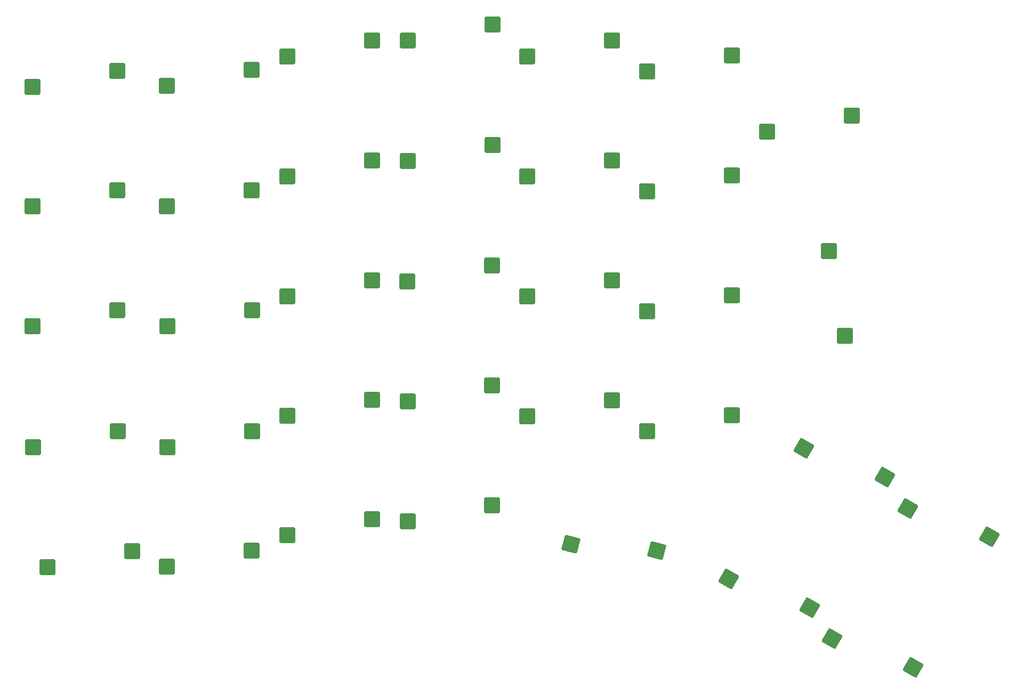
<source format=gbp>
%TF.GenerationSoftware,KiCad,Pcbnew,8.0.2-1*%
%TF.CreationDate,2024-06-04T23:34:33+02:00*%
%TF.ProjectId,keyboard,6b657962-6f61-4726-942e-6b696361645f,rev?*%
%TF.SameCoordinates,Original*%
%TF.FileFunction,Paste,Bot*%
%TF.FilePolarity,Positive*%
%FSLAX46Y46*%
G04 Gerber Fmt 4.6, Leading zero omitted, Abs format (unit mm)*
G04 Created by KiCad (PCBNEW 8.0.2-1) date 2024-06-04 23:34:33*
%MOMM*%
%LPD*%
G01*
G04 APERTURE LIST*
G04 Aperture macros list*
%AMRoundRect*
0 Rectangle with rounded corners*
0 $1 Rounding radius*
0 $2 $3 $4 $5 $6 $7 $8 $9 X,Y pos of 4 corners*
0 Add a 4 corners polygon primitive as box body*
4,1,4,$2,$3,$4,$5,$6,$7,$8,$9,$2,$3,0*
0 Add four circle primitives for the rounded corners*
1,1,$1+$1,$2,$3*
1,1,$1+$1,$4,$5*
1,1,$1+$1,$6,$7*
1,1,$1+$1,$8,$9*
0 Add four rect primitives between the rounded corners*
20,1,$1+$1,$2,$3,$4,$5,0*
20,1,$1+$1,$4,$5,$6,$7,0*
20,1,$1+$1,$6,$7,$8,$9,0*
20,1,$1+$1,$8,$9,$2,$3,0*%
G04 Aperture macros list end*
%ADD10RoundRect,0.250000X1.000000X-1.025000X1.000000X1.025000X-1.000000X1.025000X-1.000000X-1.025000X0*%
%ADD11RoundRect,0.250000X1.025000X1.000000X-1.025000X1.000000X-1.025000X-1.000000X1.025000X-1.000000X0*%
%ADD12RoundRect,0.250000X1.387676X0.353525X-0.387676X1.378525X-1.387676X-0.353525X0.387676X-1.378525X0*%
%ADD13RoundRect,0.250000X1.248893X0.700636X-0.731255X1.231215X-1.248893X-0.700636X0.731255X-1.231215X0*%
G04 APERTURE END LIST*
D10*
%TO.C,SW_[7:2]1*%
X169690000Y-67310000D03*
X172230000Y-80760000D03*
%TD*%
D11*
%TO.C,SW_[1:4]1*%
X43220000Y-98460000D03*
X56670000Y-95920000D03*
%TD*%
%TO.C,SW_[6:1]1*%
X140790000Y-38760000D03*
X154240000Y-36220000D03*
%TD*%
%TO.C,SW_[2:4]1*%
X64560000Y-98460000D03*
X78010000Y-95920000D03*
%TD*%
%TO.C,SW_[2:5]1*%
X64504800Y-117390500D03*
X77954800Y-114850500D03*
%TD*%
%TO.C,SW_[1:3]1*%
X43140000Y-79210000D03*
X56590000Y-76670000D03*
%TD*%
D12*
%TO.C,SW_[6:5]1*%
X153696053Y-119370295D03*
X166614095Y-123895591D03*
%TD*%
D11*
%TO.C,SW_[2:2]1*%
X64504800Y-60210000D03*
X77954800Y-57670000D03*
%TD*%
%TO.C,SW_[4:3]1*%
X102704800Y-72090500D03*
X116154800Y-69550500D03*
%TD*%
%TO.C,SW_[6:4]1*%
X140790000Y-95910000D03*
X154240000Y-93370000D03*
%TD*%
D13*
%TO.C,SW_[5:5]1*%
X128641286Y-113876841D03*
X142290389Y-114904505D03*
%TD*%
D12*
%TO.C,SW_[7:3]1*%
X165646653Y-98630295D03*
X178564695Y-103155591D03*
%TD*%
D11*
%TO.C,SW_[3:1]1*%
X83640000Y-36410600D03*
X97090000Y-33870600D03*
%TD*%
%TO.C,SW_[6:2]1*%
X140790000Y-57810000D03*
X154240000Y-55270000D03*
%TD*%
%TO.C,SW_[5:3]1*%
X121740000Y-74510000D03*
X135190000Y-71970000D03*
%TD*%
%TO.C,SW_[3:4]1*%
X83640000Y-93460000D03*
X97090000Y-90920000D03*
%TD*%
%TO.C,SW_[5:1]1*%
X121740000Y-36410000D03*
X135190000Y-33870000D03*
%TD*%
%TO.C,SW_[4:5]1*%
X102720000Y-110210000D03*
X116170000Y-107670000D03*
%TD*%
%TO.C,SW_[1:5]1*%
X45560000Y-117460000D03*
X59010000Y-114920000D03*
%TD*%
%TO.C,SW_[4:4]1*%
X102720000Y-91210000D03*
X116170000Y-88670000D03*
%TD*%
%TO.C,SW_[2:1]1*%
X64520000Y-41060000D03*
X77970000Y-38520000D03*
%TD*%
%TO.C,SW_[5:4]1*%
X121740000Y-93560000D03*
X135190000Y-91020000D03*
%TD*%
%TO.C,SW_[2:3]1*%
X64560000Y-79210000D03*
X78010000Y-76670000D03*
%TD*%
%TO.C,SW_[4:2]1*%
X116190000Y-50420000D03*
X102740000Y-52960000D03*
%TD*%
%TO.C,SW_[4:1]1*%
X102740000Y-33810000D03*
X116190000Y-31270000D03*
%TD*%
%TO.C,SW_[3:5]1*%
X83640000Y-112460000D03*
X97090000Y-109920000D03*
%TD*%
D12*
%TO.C,SW_[7:4]1*%
X182196053Y-108170295D03*
X195114095Y-112695591D03*
%TD*%
D11*
%TO.C,SW_[1:1]1*%
X43140000Y-41210000D03*
X56590000Y-38670000D03*
%TD*%
%TO.C,SW_[5:2]1*%
X121740000Y-55460000D03*
X135190000Y-52920000D03*
%TD*%
%TO.C,SW_[3:2]1*%
X83640000Y-55460100D03*
X97090000Y-52920100D03*
%TD*%
%TO.C,SW_[1:2]1*%
X43140000Y-60210000D03*
X56590000Y-57670000D03*
%TD*%
%TO.C,SW_[3:3]1*%
X83640000Y-74460000D03*
X97090000Y-71920000D03*
%TD*%
%TO.C,SW_[7:1]1*%
X159840000Y-48310000D03*
X173290000Y-45770000D03*
%TD*%
D12*
%TO.C,SW_[7:5]1*%
X170146053Y-128870295D03*
X183064095Y-133395591D03*
%TD*%
D11*
%TO.C,SW_[6:3]1*%
X140790000Y-76890500D03*
X154240000Y-74350500D03*
%TD*%
M02*

</source>
